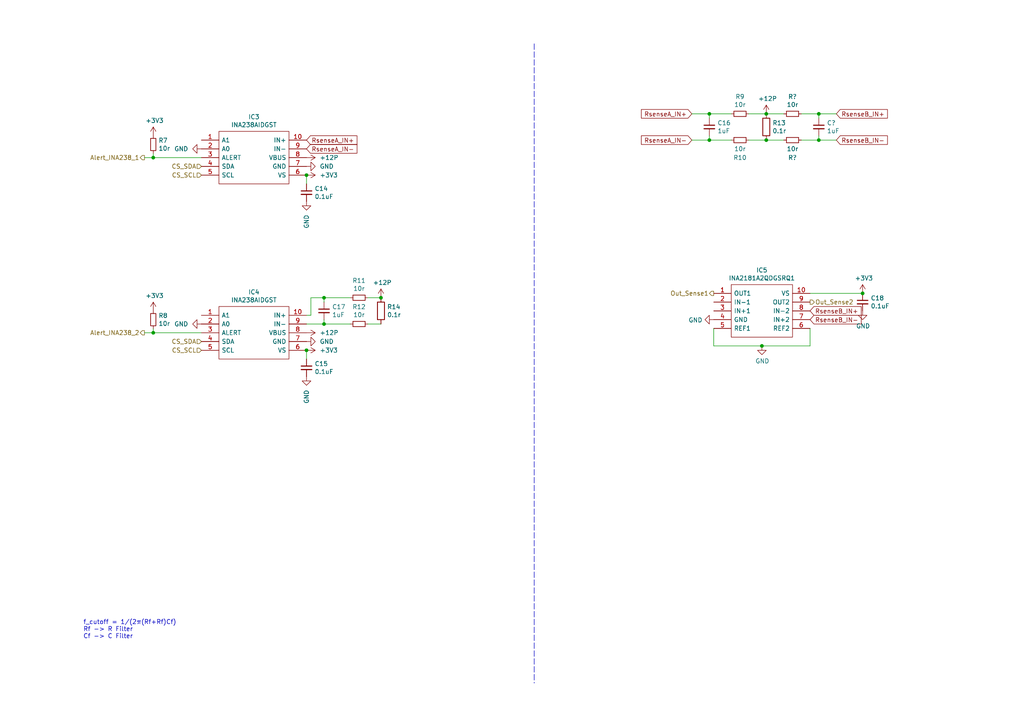
<source format=kicad_sch>
(kicad_sch (version 20211123) (generator eeschema)
  (paper "A4")
  (lib_symbols
    (symbol "Device:C_Small" (pin_numbers hide) (pin_names (offset 0.254) hide)
      (property "Reference" "C" (at 0.254 1.778 0))
      (property "Value" "C_Small" (at 0.254 -2.032 0))
      (symbol "C_Small_0_1"
        (polyline (pts (xy -1.524 -0.508) (xy 1.524 -0.508)) (stroke (width 0.3302)))
        (polyline (pts (xy -1.524 0.508) (xy 1.524 0.508)) (stroke (width 0.3048)))
      )
      (symbol "C_Small_1_1"
        (pin passive line (at 0 2.54 270) (length 2.032) (name "~") (number "1"))
        (pin passive line (at 0 -2.54 90) (length 2.032) (name "~") (number "2"))
      )
    )
    (symbol "Device:R" (pin_numbers hide) (pin_names (offset 0))
      (property "Reference" "R" (at 2.032 0 90))
      (property "Value" "R" (at 0 0 90))
      (symbol "R_0_1"
        (rectangle (start -1.016 -2.54) (end 1.016 2.54) (stroke (width 0.254)))
      )
      (symbol "R_1_1"
        (pin passive line (at 0 3.81 270) (length 1.27) (name "~") (number "1"))
        (pin passive line (at 0 -3.81 90) (length 1.27) (name "~") (number "2"))
      )
    )
    (symbol "Device:R_Small" (pin_numbers hide) (pin_names (offset 0.254) hide)
      (property "Reference" "R" (at 0.762 0.508 0))
      (property "Value" "R_Small" (at 0.762 -1.016 0))
      (symbol "R_Small_0_1"
        (rectangle (start -0.762 1.778) (end 0.762 -1.778) (stroke (width 0.2032)))
      )
      (symbol "R_Small_1_1"
        (pin passive line (at 0 2.54 270) (length 0.762) (name "~") (number "1"))
        (pin passive line (at 0 -2.54 90) (length 0.762) (name "~") (number "2"))
      )
    )
    (symbol "SamacSys_Parts:INA2181A2QDGSRQ1" (pin_names (offset 0.762))
      (property "Reference" "IC" (at 24.13 7.62 0))
      (property "Value" "SamacSys_Parts_INA2181A2QDGSRQ1" (at 24.13 5.08 0))
      (symbol "INA2181A2QDGSRQ1_0_0"
        (pin passive line (at 0 0 0) (length 5.08) (name "OUT1") (number "1"))
        (pin passive line (at 27.94 0 180) (length 5.08) (name "VS") (number "10"))
        (pin passive line (at 0 -2.54 0) (length 5.08) (name "IN-1") (number "2"))
        (pin passive line (at 0 -5.08 0) (length 5.08) (name "IN+1") (number "3"))
        (pin passive line (at 0 -7.62 0) (length 5.08) (name "GND") (number "4"))
        (pin passive line (at 0 -10.16 0) (length 5.08) (name "REF1") (number "5"))
        (pin passive line (at 27.94 -10.16 180) (length 5.08) (name "REF2") (number "6"))
        (pin passive line (at 27.94 -7.62 180) (length 5.08) (name "IN+2") (number "7"))
        (pin passive line (at 27.94 -5.08 180) (length 5.08) (name "IN-2") (number "8"))
        (pin passive line (at 27.94 -2.54 180) (length 5.08) (name "OUT2") (number "9"))
      )
      (symbol "INA2181A2QDGSRQ1_0_1"
        (polyline (pts (xy 5.08 2.54) (xy 22.86 2.54) (xy 22.86 -12.7) (xy 5.08 -12.7) (xy 5.08 2.54)) (stroke (width 0.1524)))
      )
    )
    (symbol "SamacSys_Parts:INA238AIDGST" (pin_names (offset 0.762))
      (property "Reference" "IC" (at 26.67 7.62 0))
      (property "Value" "SamacSys_Parts_INA238AIDGST" (at 26.67 5.08 0))
      (symbol "INA238AIDGST_0_0"
        (pin passive line (at 0 0 0) (length 5.08) (name "A1") (number "1"))
        (pin passive line (at 30.48 0 180) (length 5.08) (name "IN+") (number "10"))
        (pin passive line (at 0 -2.54 0) (length 5.08) (name "A0") (number "2"))
        (pin passive line (at 0 -5.08 0) (length 5.08) (name "ALERT") (number "3"))
        (pin passive line (at 0 -7.62 0) (length 5.08) (name "SDA") (number "4"))
        (pin passive line (at 0 -10.16 0) (length 5.08) (name "SCL") (number "5"))
        (pin passive line (at 30.48 -10.16 180) (length 5.08) (name "VS") (number "6"))
        (pin passive line (at 30.48 -7.62 180) (length 5.08) (name "GND") (number "7"))
        (pin passive line (at 30.48 -5.08 180) (length 5.08) (name "VBUS") (number "8"))
        (pin passive line (at 30.48 -2.54 180) (length 5.08) (name "IN-") (number "9"))
      )
      (symbol "INA238AIDGST_0_1"
        (polyline (pts (xy 5.08 2.54) (xy 25.4 2.54) (xy 25.4 -12.7) (xy 5.08 -12.7) (xy 5.08 2.54)) (stroke (width 0.1524)))
      )
    )
    (symbol "power:+12P" (power) (pin_names (offset 0))
      (property "Value" "+12P" (at 0 3.556 0))
      (symbol "+12P_0_1"
        (polyline (pts (xy -0.762 1.27) (xy 0 2.54)))
        (polyline (pts (xy 0 0) (xy 0 2.54)))
        (polyline (pts (xy 0 2.54) (xy 0.762 1.27)))
      )
      (symbol "+12P_1_1"
        (pin power_in line (at 0 0 90) (length 0) hide (name "+12P") (number "1"))
      )
    )
    (symbol "power:+3.3V" (power) (pin_names (offset 0))
      (property "Value" "+3.3V" (at 0 3.556 0))
      (symbol "+3.3V_0_1"
        (polyline (pts (xy -0.762 1.27) (xy 0 2.54)))
        (polyline (pts (xy 0 0) (xy 0 2.54)))
        (polyline (pts (xy 0 2.54) (xy 0.762 1.27)))
      )
      (symbol "+3.3V_1_1"
        (pin power_in line (at 0 0 90) (length 0) hide (name "+3V3") (number "1"))
      )
    )
    (symbol "power:GND" (power) (pin_names (offset 0))
      (property "Value" "GND" (at 0 -3.81 0))
      (symbol "GND_0_1"
        (polyline (pts (xy 0 0) (xy 0 -1.27) (xy 1.27 -1.27) (xy 0 -2.54) (xy -1.27 -1.27) (xy 0 -1.27)))
      )
      (symbol "GND_1_1"
        (pin power_in line (at 0 0 270) (length 0) hide (name "GND") (number "1"))
      )
    )
  )
  (junction (at 220.98 100.33))
  (junction (at 205.74 40.64))
  (junction (at 93.98 86.36))
  (junction (at 44.45 45.72))
  (junction (at 222.25 33.02))
  (junction (at 237.49 33.02))
  (junction (at 93.98 93.98))
  (junction (at 44.45 96.52))
  (junction (at 250.19 85.09))
  (junction (at 205.74 33.02))
  (junction (at 110.49 86.36))
  (junction (at 237.49 40.64))
  (junction (at 222.25 40.64))
  (junction (at 88.9 50.8))
  (junction (at 88.9 101.6))
  (wire (pts (xy 217.17 40.64) (xy 222.25 40.64)))
  (wire (pts (xy 222.25 33.02) (xy 227.33 33.02)))
  (wire (pts (xy 237.49 33.02) (xy 237.49 34.29)))
  (wire (pts (xy 242.57 33.02) (xy 237.49 33.02)))
  (wire (pts (xy 217.17 33.02) (xy 222.25 33.02)))
  (wire (pts (xy 212.09 33.02) (xy 205.74 33.02)))
  (wire (pts (xy 93.98 87.63) (xy 93.98 86.36)))
  (wire (pts (xy 101.6 93.98) (xy 93.98 93.98)))
  (wire (pts (xy 205.74 33.02) (xy 200.66 33.02)))
  (polyline (pts (xy 154.94 12.7) (xy 154.94 198.12)))
  (wire (pts (xy 222.25 40.64) (xy 227.33 40.64)))
  (wire (pts (xy 41.91 96.52) (xy 44.45 96.52)))
  (wire (pts (xy 220.98 100.33) (xy 234.95 100.33)))
  (wire (pts (xy 110.49 93.98) (xy 106.68 93.98)))
  (wire (pts (xy 93.98 86.36) (xy 101.6 86.36)))
  (wire (pts (xy 106.68 86.36) (xy 110.49 86.36)))
  (wire (pts (xy 88.9 50.8) (xy 88.9 53.34)))
  (wire (pts (xy 90.17 86.36) (xy 93.98 86.36)))
  (wire (pts (xy 234.95 85.09) (xy 250.19 85.09)))
  (wire (pts (xy 207.01 95.25) (xy 207.01 100.33)))
  (wire (pts (xy 88.9 91.44) (xy 90.17 91.44)))
  (wire (pts (xy 205.74 39.37) (xy 205.74 40.64)))
  (wire (pts (xy 207.01 100.33) (xy 220.98 100.33)))
  (wire (pts (xy 88.9 101.6) (xy 88.9 104.14)))
  (wire (pts (xy 205.74 33.02) (xy 205.74 34.29)))
  (wire (pts (xy 44.45 44.45) (xy 44.45 45.72)))
  (wire (pts (xy 41.91 45.72) (xy 44.45 45.72)))
  (wire (pts (xy 237.49 40.64) (xy 242.57 40.64)))
  (wire (pts (xy 234.95 100.33) (xy 234.95 95.25)))
  (wire (pts (xy 44.45 95.25) (xy 44.45 96.52)))
  (wire (pts (xy 232.41 33.02) (xy 237.49 33.02)))
  (wire (pts (xy 90.17 91.44) (xy 90.17 86.36)))
  (wire (pts (xy 237.49 40.64) (xy 237.49 39.37)))
  (wire (pts (xy 93.98 92.71) (xy 93.98 93.98)))
  (wire (pts (xy 44.45 45.72) (xy 58.42 45.72)))
  (wire (pts (xy 200.66 40.64) (xy 205.74 40.64)))
  (wire (pts (xy 44.45 96.52) (xy 58.42 96.52)))
  (wire (pts (xy 205.74 40.64) (xy 212.09 40.64)))
  (wire (pts (xy 88.9 93.98) (xy 93.98 93.98)))
  (wire (pts (xy 232.41 40.64) (xy 237.49 40.64)))
  (text "f_cutoff = 1/(2π(Rf+Rf)Cf)\nRf -> R Filter\nCf -> C Filter" (at 24.13 185.42 0) (effects (font (size 1.27 1.27)) (justify left bottom)))
  (global_label "RsenseA_IN+" (shape input) (at 200.66 33.02 180) (property "Intersheet References" "${INTERSHEET_REFS}" (effects hide)))
  (global_label "RsenseB_IN+" (shape input) (at 242.57 33.02 0) (property "Intersheet References" "${INTERSHEET_REFS}" (effects hide)))
  (global_label "RsenseB_IN-" (shape input) (at 234.95 92.71 0) (property "Intersheet References" "${INTERSHEET_REFS}" (effects hide)))
  (global_label "RsenseA_IN+" (shape input) (at 88.9 40.64 0) (property "Intersheet References" "${INTERSHEET_REFS}" (effects hide)))
  (global_label "RsenseB_IN+" (shape input) (at 234.95 90.17 0) (property "Intersheet References" "${INTERSHEET_REFS}" (effects hide)))
  (global_label "RsenseA_IN-" (shape input) (at 200.66 40.64 180) (property "Intersheet References" "${INTERSHEET_REFS}" (effects hide)))
  (global_label "RsenseB_IN-" (shape input) (at 242.57 40.64 0) (property "Intersheet References" "${INTERSHEET_REFS}" (effects hide)))
  (global_label "RsenseA_IN-" (shape input) (at 88.9 43.18 0) (property "Intersheet References" "${INTERSHEET_REFS}" (effects hide)))
  (hierarchical_label "CS_SCL" (shape input) (at 58.42 50.8 180))
  (hierarchical_label "CS_SDA" (shape input) (at 58.42 99.06 180))
  (hierarchical_label "Alert_INA238_1" (shape output) (at 41.91 45.72 180))
  (hierarchical_label "Out_Sense2" (shape output) (at 234.95 87.63 0))
  (hierarchical_label "Alert_INA238_2" (shape output) (at 41.91 96.52 180))
  (hierarchical_label "CS_SCL" (shape input) (at 58.42 101.6 180))
  (hierarchical_label "Out_Sense1" (shape output) (at 207.01 85.09 180))
  (hierarchical_label "CS_SDA" (shape input) (at 58.42 48.26 180))
  (symbol (lib_id "SamacSys_Parts:INA2181A2QDGSRQ1") (at 207.01 85.09 0) (unit 1)
    (property "Reference" "IC5" (at 220.98 78.359 0))
    (property "Value" "INA2181A2QDGSRQ1" (at 220.98 80.6704 0))
    (property "Footprint" "SamacSys_Parts:SOP50P490X110-10N" (effects hide))
    (property "Datasheet" "http://www.ti.com/lit/gpn/ina2181-q1" (effects hide))
    (property "Description" "AEC-Q100, Dual Channel, 26V, Bi-Directional, Low-/High-Side, Voltage Output Current Sense Amp" (effects hide))
    (property "Height" "1.1" (effects hide))
    (property "Manufacturer_Name" "Texas Instruments" (effects hide))
    (property "Manufacturer_Part_Number" "INA2181A2QDGSRQ1" (effects hide))
    (property "Mouser Part Number" "595-INA2181A2QDGSRQ1" (effects hide))
    (property "Mouser Price/Stock" "https://www.mouser.co.uk/ProductDetail/Texas-Instruments/INA2181A2QDGSRQ1?qs=vdi0iO8H4N05gIIGndbiqg%3D%3D" (effects hide))
    (property "Arrow Part Number" "INA2181A2QDGSRQ1" (effects hide))
    (property "Arrow Price/Stock" "https://www.arrow.com/en/products/ina2181a2qdgsrq1/texas-instruments?region=nac" (effects hide))
  )
  (symbol (lib_id "SamacSys_Parts:INA238AIDGST") (at 58.42 40.64 0) (unit 1)
    (property "Reference" "IC3" (at 73.66 33.909 0))
    (property "Value" "INA238AIDGST" (at 73.66 36.2204 0))
    (property "Footprint" "SamacSys_Parts:SOP50P490X110-10N" (effects hide))
    (property "Datasheet" "https://www.ti.com/lit/ds/symlink/ina238.pdf?ts=1619924491111&ref_url=https%253A%252F%252Fwww.ti.com%252Fproduct%252FINA238%253FHQS%253DTI-null-null-octopart-df-pf-null-wwe" (effects hide))
    (property "Description" "Analog to Digital Converters - ADC 85-V, 16-bit, high-precision I2C output current/voltage/power monitor with alert 10-VSSOP -40 to 125" (effects hide))
    (property "Height" "1.1" (effects hide))
    (property "Manufacturer_Name" "Texas Instruments" (effects hide))
    (property "Manufacturer_Part_Number" "INA238AIDGST" (effects hide))
    (property "Mouser Part Number" "595-INA238AIDGST" (effects hide))
    (property "Mouser Price/Stock" "https://www.mouser.co.uk/ProductDetail/Texas-Instruments/INA238AIDGST?qs=DRkmTr78QATCCZN2%2FktswA%3D%3D" (effects hide))
    (property "Arrow Part Number" "INA238AIDGST" (effects hide))
    (property "Arrow Price/Stock" "https://www.arrow.com/en/products/ina238aidgst/texas-instruments?region=nac" (effects hide))
  )
  (symbol (lib_id "SamacSys_Parts:INA238AIDGST") (at 58.42 91.44 0) (unit 1)
    (property "Reference" "IC4" (at 73.66 84.709 0))
    (property "Value" "INA238AIDGST" (at 73.66 87.0204 0))
    (property "Footprint" "SamacSys_Parts:SOP50P490X110-10N" (effects hide))
    (property "Datasheet" "https://www.ti.com/lit/ds/symlink/ina238.pdf?ts=1619924491111&ref_url=https%253A%252F%252Fwww.ti.com%252Fproduct%252FINA238%253FHQS%253DTI-null-null-octopart-df-pf-null-wwe" (effects hide))
    (property "Description" "Analog to Digital Converters - ADC 85-V, 16-bit, high-precision I2C output current/voltage/power monitor with alert 10-VSSOP -40 to 125" (effects hide))
    (property "Height" "1.1" (effects hide))
    (property "Manufacturer_Name" "Texas Instruments" (effects hide))
    (property "Manufacturer_Part_Number" "INA238AIDGST" (effects hide))
    (property "Mouser Part Number" "595-INA238AIDGST" (effects hide))
    (property "Mouser Price/Stock" "https://www.mouser.co.uk/ProductDetail/Texas-Instruments/INA238AIDGST?qs=DRkmTr78QATCCZN2%2FktswA%3D%3D" (effects hide))
    (property "Arrow Part Number" "INA238AIDGST" (effects hide))
    (property "Arrow Price/Stock" "https://www.arrow.com/en/products/ina238aidgst/texas-instruments?region=nac" (effects hide))
  )
  (symbol (lib_id "Device:R_Small") (at 104.14 86.36 270) (unit 1)
    (property "Reference" "R11" (at 104.14 81.3816 90))
    (property "Value" "10r" (at 104.14 83.693 90))
    (property "Footprint" "Resistor_SMD:R_0603_1608Metric" (effects hide))
  )
  (symbol (lib_id "Device:R") (at 110.49 90.17 0) (unit 1)
    (property "Reference" "R14" (at 112.268 89.0016 0) (effects (justify left)))
    (property "Value" "0.1r" (at 112.268 91.313 0) (effects (justify left)))
  )
  (symbol (lib_id "Device:R_Small") (at 104.14 93.98 270) (unit 1)
    (property "Reference" "R12" (at 104.14 89.0016 90))
    (property "Value" "10r" (at 104.14 91.313 90))
    (property "Footprint" "Resistor_SMD:R_0603_1608Metric" (effects hide))
  )
  (symbol (lib_id "Device:C_Small") (at 93.98 90.17 0) (unit 1)
    (property "Reference" "C17" (at 96.3168 89.0016 0) (effects (justify left)))
    (property "Value" "1uF" (at 96.3168 91.313 0) (effects (justify left)))
  )
  (symbol (lib_id "power:+12P") (at 110.49 86.36 0) (unit 1)
    (property "Reference" "#PWR037" (effects hide))
    (property "Value" "+12P" (at 110.871 81.9658 0))
  )
  (symbol (lib_id "power:+12P") (at 222.25 33.02 0) (unit 1)
    (property "Reference" "#PWR036" (effects hide))
    (property "Value" "+12P" (at 222.631 28.6258 0))
  )
  (symbol (lib_id "Device:C_Small") (at 205.74 36.83 0) (unit 1)
    (property "Reference" "C16" (at 208.0768 35.6616 0) (effects (justify left)))
    (property "Value" "1uF" (at 208.0768 37.973 0) (effects (justify left)))
  )
  (symbol (lib_id "Device:R_Small") (at 214.63 40.64 270) (unit 1)
    (property "Reference" "R10" (at 214.63 45.72 90))
    (property "Value" "10r" (at 214.63 43.18 90))
    (property "Footprint" "Resistor_SMD:R_0603_1608Metric" (effects hide))
  )
  (symbol (lib_id "Device:R") (at 222.25 36.83 0) (unit 1)
    (property "Reference" "R13" (at 224.028 35.6616 0) (effects (justify left)))
    (property "Value" "0.1r" (at 224.028 37.973 0) (effects (justify left)))
  )
  (symbol (lib_id "Device:R_Small") (at 214.63 33.02 270) (unit 1)
    (property "Reference" "R9" (at 214.63 28.0416 90))
    (property "Value" "10r" (at 214.63 30.353 90))
    (property "Footprint" "Resistor_SMD:R_0603_1608Metric" (effects hide))
  )
  (symbol (lib_id "power:+12P") (at 88.9 45.72 270) (unit 1)
    (property "Reference" "#PWR028" (effects hide))
    (property "Value" "+12P" (at 92.71 45.72 90) (effects (justify left)))
  )
  (symbol (lib_id "power:+12P") (at 88.9 96.52 270) (unit 1)
    (property "Reference" "#PWR032" (effects hide))
    (property "Value" "+12P" (at 92.71 96.52 90) (effects (justify left)))
  )
  (symbol (lib_id "power:+3.3V") (at 88.9 50.8 270) (unit 1)
    (property "Reference" "#PWR030" (effects hide))
    (property "Value" "+3.3V" (at 92.71 50.8 90) (effects (justify left)))
  )
  (symbol (lib_id "power:+3.3V") (at 88.9 101.6 270) (unit 1)
    (property "Reference" "#PWR034" (effects hide))
    (property "Value" "+3.3V" (at 92.71 101.6 90) (effects (justify left)))
  )
  (symbol (lib_id "power:GND") (at 88.9 99.06 90) (unit 1)
    (property "Reference" "#PWR033" (effects hide))
    (property "Value" "GND" (at 92.71 99.06 90) (effects (justify right)))
  )
  (symbol (lib_id "power:GND") (at 88.9 48.26 90) (unit 1)
    (property "Reference" "#PWR029" (effects hide))
    (property "Value" "GND" (at 92.71 48.26 90) (effects (justify right)))
  )
  (symbol (lib_id "power:GND") (at 88.9 58.42 0) (unit 1)
    (property "Reference" "#PWR031" (effects hide))
    (property "Value" "GND" (at 88.9 62.23 90) (effects (justify right)))
  )
  (symbol (lib_id "Device:C_Small") (at 88.9 55.88 0) (unit 1)
    (property "Reference" "C14" (at 91.2368 54.7116 0) (effects (justify left)))
    (property "Value" "0.1uF" (at 91.2368 57.023 0) (effects (justify left)))
  )
  (symbol (lib_id "power:GND") (at 88.9 109.22 0) (unit 1)
    (property "Reference" "#PWR035" (effects hide))
    (property "Value" "GND" (at 88.9 113.03 90) (effects (justify right)))
  )
  (symbol (lib_id "Device:C_Small") (at 88.9 106.68 0) (unit 1)
    (property "Reference" "C15" (at 91.2368 105.5116 0) (effects (justify left)))
    (property "Value" "0.1uF" (at 91.2368 107.823 0) (effects (justify left)))
  )
  (symbol (lib_id "Device:C_Small") (at 250.19 87.63 0) (unit 1)
    (property "Reference" "C18" (at 252.5268 86.4616 0) (effects (justify left)))
    (property "Value" "0.1uF" (at 252.5268 88.773 0) (effects (justify left)))
  )
  (symbol (lib_id "power:+3.3V") (at 250.19 85.09 0) (unit 1)
    (property "Reference" "#PWR040" (effects hide))
    (property "Value" "+3.3V" (at 250.571 80.6958 0))
  )
  (symbol (lib_id "power:GND") (at 250.19 90.17 0) (unit 1)
    (property "Reference" "#PWR041" (effects hide))
    (property "Value" "GND" (at 250.317 94.5642 0))
  )
  (symbol (lib_id "power:GND") (at 207.01 92.71 270) (unit 1)
    (property "Reference" "#PWR038" (effects hide))
    (property "Value" "GND" (at 203.7588 92.837 90) (effects (justify right)))
  )
  (symbol (lib_id "Device:R_Small") (at 44.45 92.71 180) (unit 1)
    (property "Reference" "R8" (at 45.9486 91.5416 0) (effects (justify right)))
    (property "Value" "10r" (at 45.9486 93.853 0) (effects (justify right)))
    (property "Footprint" "Resistor_SMD:R_0603_1608Metric" (effects hide))
  )
  (symbol (lib_id "Device:R_Small") (at 44.45 41.91 180) (unit 1)
    (property "Reference" "R7" (at 45.9486 40.7416 0) (effects (justify right)))
    (property "Value" "10r" (at 45.9486 43.053 0) (effects (justify right)))
    (property "Footprint" "Resistor_SMD:R_0603_1608Metric" (effects hide))
  )
  (symbol (lib_id "power:+3.3V") (at 44.45 39.37 0) (unit 1)
    (property "Reference" "#PWR020" (effects hide))
    (property "Value" "+3.3V" (at 44.831 34.9758 0))
  )
  (symbol (lib_id "power:+3.3V") (at 44.45 90.17 0) (unit 1)
    (property "Reference" "#PWR021" (effects hide))
    (property "Value" "+3.3V" (at 44.831 85.7758 0))
  )
  (symbol (lib_id "power:GND") (at 58.42 43.18 270) (unit 1)
    (property "Reference" "#PWR024" (effects hide))
    (property "Value" "GND" (at 54.61 43.18 90) (effects (justify right)))
  )
  (symbol (lib_id "power:GND") (at 58.42 93.98 270) (unit 1)
    (property "Reference" "#PWR025" (effects hide))
    (property "Value" "GND" (at 54.61 93.98 90) (effects (justify right)))
  )
  (symbol (lib_id "power:GND") (at 220.98 100.33 0) (unit 1)
    (property "Reference" "#PWR039" (effects hide))
    (property "Value" "GND" (at 221.107 104.7242 0))
  )
  (symbol (lib_id "Device:R_Small") (at 229.87 33.02 270) (unit 1)
    (property "Reference" "R?" (at 229.87 28.0416 90))
    (property "Value" "10r" (at 229.87 30.353 90))
    (property "Footprint" "Resistor_SMD:R_0603_1608Metric" (effects hide))
  )
  (symbol (lib_id "Device:R_Small") (at 229.87 40.64 270) (unit 1)
    (property "Reference" "R?" (at 229.87 45.72 90))
    (property "Value" "10r" (at 229.87 43.18 90))
    (property "Footprint" "Resistor_SMD:R_0603_1608Metric" (effects hide))
  )
  (symbol (lib_id "Device:C_Small") (at 237.49 36.83 0) (unit 1)
    (property "Reference" "C?" (at 239.8268 35.6616 0) (effects (justify left)))
    (property "Value" "1uF" (at 239.8268 37.973 0) (effects (justify left)))
  )
)
</source>
